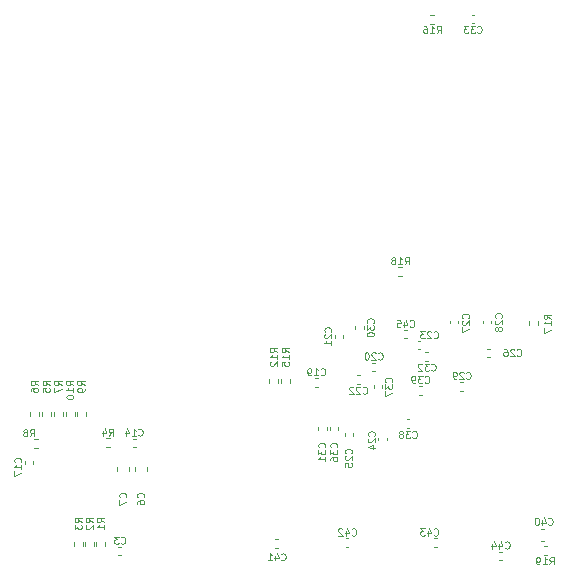
<source format=gbr>
%TF.GenerationSoftware,KiCad,Pcbnew,(6.0.2)*%
%TF.CreationDate,2023-11-17T10:30:32+01:00*%
%TF.ProjectId,CartGen4,43617274-4765-46e3-942e-6b696361645f,rev?*%
%TF.SameCoordinates,Original*%
%TF.FileFunction,Legend,Bot*%
%TF.FilePolarity,Positive*%
%FSLAX46Y46*%
G04 Gerber Fmt 4.6, Leading zero omitted, Abs format (unit mm)*
G04 Created by KiCad (PCBNEW (6.0.2)) date 2023-11-17 10:30:32*
%MOMM*%
%LPD*%
G01*
G04 APERTURE LIST*
%ADD10C,0.125000*%
%ADD11C,0.120000*%
G04 APERTURE END LIST*
D10*
%TO.C,R16*%
X77535714Y-44371428D02*
X77735714Y-44085714D01*
X77878571Y-44371428D02*
X77878571Y-43771428D01*
X77650000Y-43771428D01*
X77592857Y-43800000D01*
X77564285Y-43828571D01*
X77535714Y-43885714D01*
X77535714Y-43971428D01*
X77564285Y-44028571D01*
X77592857Y-44057142D01*
X77650000Y-44085714D01*
X77878571Y-44085714D01*
X76964285Y-44371428D02*
X77307142Y-44371428D01*
X77135714Y-44371428D02*
X77135714Y-43771428D01*
X77192857Y-43857142D01*
X77250000Y-43914285D01*
X77307142Y-43942857D01*
X76450000Y-43771428D02*
X76564285Y-43771428D01*
X76621428Y-43800000D01*
X76650000Y-43828571D01*
X76707142Y-43914285D01*
X76735714Y-44028571D01*
X76735714Y-44257142D01*
X76707142Y-44314285D01*
X76678571Y-44342857D01*
X76621428Y-44371428D01*
X76507142Y-44371428D01*
X76450000Y-44342857D01*
X76421428Y-44314285D01*
X76392857Y-44257142D01*
X76392857Y-44114285D01*
X76421428Y-44057142D01*
X76450000Y-44028571D01*
X76507142Y-44000000D01*
X76621428Y-44000000D01*
X76678571Y-44028571D01*
X76707142Y-44057142D01*
X76735714Y-44114285D01*
%TO.C,C23*%
X77285714Y-70164285D02*
X77314285Y-70192857D01*
X77400000Y-70221428D01*
X77457142Y-70221428D01*
X77542857Y-70192857D01*
X77600000Y-70135714D01*
X77628571Y-70078571D01*
X77657142Y-69964285D01*
X77657142Y-69878571D01*
X77628571Y-69764285D01*
X77600000Y-69707142D01*
X77542857Y-69650000D01*
X77457142Y-69621428D01*
X77400000Y-69621428D01*
X77314285Y-69650000D01*
X77285714Y-69678571D01*
X77057142Y-69678571D02*
X77028571Y-69650000D01*
X76971428Y-69621428D01*
X76828571Y-69621428D01*
X76771428Y-69650000D01*
X76742857Y-69678571D01*
X76714285Y-69735714D01*
X76714285Y-69792857D01*
X76742857Y-69878571D01*
X77085714Y-70221428D01*
X76714285Y-70221428D01*
X76514285Y-69621428D02*
X76142857Y-69621428D01*
X76342857Y-69850000D01*
X76257142Y-69850000D01*
X76200000Y-69878571D01*
X76171428Y-69907142D01*
X76142857Y-69964285D01*
X76142857Y-70107142D01*
X76171428Y-70164285D01*
X76200000Y-70192857D01*
X76257142Y-70221428D01*
X76428571Y-70221428D01*
X76485714Y-70192857D01*
X76514285Y-70164285D01*
%TO.C,R1*%
X49371428Y-85800000D02*
X49085714Y-85600000D01*
X49371428Y-85457142D02*
X48771428Y-85457142D01*
X48771428Y-85685714D01*
X48800000Y-85742857D01*
X48828571Y-85771428D01*
X48885714Y-85800000D01*
X48971428Y-85800000D01*
X49028571Y-85771428D01*
X49057142Y-85742857D01*
X49085714Y-85685714D01*
X49085714Y-85457142D01*
X49371428Y-86371428D02*
X49371428Y-86028571D01*
X49371428Y-86200000D02*
X48771428Y-86200000D01*
X48857142Y-86142857D01*
X48914285Y-86085714D01*
X48942857Y-86028571D01*
%TO.C,C42*%
X70335714Y-86864285D02*
X70364285Y-86892857D01*
X70450000Y-86921428D01*
X70507142Y-86921428D01*
X70592857Y-86892857D01*
X70650000Y-86835714D01*
X70678571Y-86778571D01*
X70707142Y-86664285D01*
X70707142Y-86578571D01*
X70678571Y-86464285D01*
X70650000Y-86407142D01*
X70592857Y-86350000D01*
X70507142Y-86321428D01*
X70450000Y-86321428D01*
X70364285Y-86350000D01*
X70335714Y-86378571D01*
X69821428Y-86521428D02*
X69821428Y-86921428D01*
X69964285Y-86292857D02*
X70107142Y-86721428D01*
X69735714Y-86721428D01*
X69535714Y-86378571D02*
X69507142Y-86350000D01*
X69450000Y-86321428D01*
X69307142Y-86321428D01*
X69250000Y-86350000D01*
X69221428Y-86378571D01*
X69192857Y-86435714D01*
X69192857Y-86492857D01*
X69221428Y-86578571D01*
X69564285Y-86921428D01*
X69192857Y-86921428D01*
%TO.C,C25*%
X70314285Y-79964285D02*
X70342857Y-79935714D01*
X70371428Y-79850000D01*
X70371428Y-79792857D01*
X70342857Y-79707142D01*
X70285714Y-79650000D01*
X70228571Y-79621428D01*
X70114285Y-79592857D01*
X70028571Y-79592857D01*
X69914285Y-79621428D01*
X69857142Y-79650000D01*
X69800000Y-79707142D01*
X69771428Y-79792857D01*
X69771428Y-79850000D01*
X69800000Y-79935714D01*
X69828571Y-79964285D01*
X69828571Y-80192857D02*
X69800000Y-80221428D01*
X69771428Y-80278571D01*
X69771428Y-80421428D01*
X69800000Y-80478571D01*
X69828571Y-80507142D01*
X69885714Y-80535714D01*
X69942857Y-80535714D01*
X70028571Y-80507142D01*
X70371428Y-80164285D01*
X70371428Y-80535714D01*
X69771428Y-81078571D02*
X69771428Y-80792857D01*
X70057142Y-80764285D01*
X70028571Y-80792857D01*
X70000000Y-80850000D01*
X70000000Y-80992857D01*
X70028571Y-81050000D01*
X70057142Y-81078571D01*
X70114285Y-81107142D01*
X70257142Y-81107142D01*
X70314285Y-81078571D01*
X70342857Y-81050000D01*
X70371428Y-80992857D01*
X70371428Y-80850000D01*
X70342857Y-80792857D01*
X70314285Y-80764285D01*
%TO.C,C43*%
X77285714Y-86864285D02*
X77314285Y-86892857D01*
X77400000Y-86921428D01*
X77457142Y-86921428D01*
X77542857Y-86892857D01*
X77600000Y-86835714D01*
X77628571Y-86778571D01*
X77657142Y-86664285D01*
X77657142Y-86578571D01*
X77628571Y-86464285D01*
X77600000Y-86407142D01*
X77542857Y-86350000D01*
X77457142Y-86321428D01*
X77400000Y-86321428D01*
X77314285Y-86350000D01*
X77285714Y-86378571D01*
X76771428Y-86521428D02*
X76771428Y-86921428D01*
X76914285Y-86292857D02*
X77057142Y-86721428D01*
X76685714Y-86721428D01*
X76514285Y-86321428D02*
X76142857Y-86321428D01*
X76342857Y-86550000D01*
X76257142Y-86550000D01*
X76200000Y-86578571D01*
X76171428Y-86607142D01*
X76142857Y-86664285D01*
X76142857Y-86807142D01*
X76171428Y-86864285D01*
X76200000Y-86892857D01*
X76257142Y-86921428D01*
X76428571Y-86921428D01*
X76485714Y-86892857D01*
X76514285Y-86864285D01*
%TO.C,C30*%
X72164285Y-68914285D02*
X72192857Y-68885714D01*
X72221428Y-68800000D01*
X72221428Y-68742857D01*
X72192857Y-68657142D01*
X72135714Y-68600000D01*
X72078571Y-68571428D01*
X71964285Y-68542857D01*
X71878571Y-68542857D01*
X71764285Y-68571428D01*
X71707142Y-68600000D01*
X71650000Y-68657142D01*
X71621428Y-68742857D01*
X71621428Y-68800000D01*
X71650000Y-68885714D01*
X71678571Y-68914285D01*
X71621428Y-69114285D02*
X71621428Y-69485714D01*
X71850000Y-69285714D01*
X71850000Y-69371428D01*
X71878571Y-69428571D01*
X71907142Y-69457142D01*
X71964285Y-69485714D01*
X72107142Y-69485714D01*
X72164285Y-69457142D01*
X72192857Y-69428571D01*
X72221428Y-69371428D01*
X72221428Y-69200000D01*
X72192857Y-69142857D01*
X72164285Y-69114285D01*
X71621428Y-69857142D02*
X71621428Y-69914285D01*
X71650000Y-69971428D01*
X71678571Y-70000000D01*
X71735714Y-70028571D01*
X71850000Y-70057142D01*
X71992857Y-70057142D01*
X72107142Y-70028571D01*
X72164285Y-70000000D01*
X72192857Y-69971428D01*
X72221428Y-69914285D01*
X72221428Y-69857142D01*
X72192857Y-69800000D01*
X72164285Y-69771428D01*
X72107142Y-69742857D01*
X71992857Y-69714285D01*
X71850000Y-69714285D01*
X71735714Y-69742857D01*
X71678571Y-69771428D01*
X71650000Y-69800000D01*
X71621428Y-69857142D01*
%TO.C,C17*%
X42314285Y-80714285D02*
X42342857Y-80685714D01*
X42371428Y-80600000D01*
X42371428Y-80542857D01*
X42342857Y-80457142D01*
X42285714Y-80400000D01*
X42228571Y-80371428D01*
X42114285Y-80342857D01*
X42028571Y-80342857D01*
X41914285Y-80371428D01*
X41857142Y-80400000D01*
X41800000Y-80457142D01*
X41771428Y-80542857D01*
X41771428Y-80600000D01*
X41800000Y-80685714D01*
X41828571Y-80714285D01*
X42371428Y-81285714D02*
X42371428Y-80942857D01*
X42371428Y-81114285D02*
X41771428Y-81114285D01*
X41857142Y-81057142D01*
X41914285Y-81000000D01*
X41942857Y-80942857D01*
X41771428Y-81485714D02*
X41771428Y-81885714D01*
X42371428Y-81628571D01*
%TO.C,C37*%
X73714285Y-73914285D02*
X73742857Y-73885714D01*
X73771428Y-73800000D01*
X73771428Y-73742857D01*
X73742857Y-73657142D01*
X73685714Y-73600000D01*
X73628571Y-73571428D01*
X73514285Y-73542857D01*
X73428571Y-73542857D01*
X73314285Y-73571428D01*
X73257142Y-73600000D01*
X73200000Y-73657142D01*
X73171428Y-73742857D01*
X73171428Y-73800000D01*
X73200000Y-73885714D01*
X73228571Y-73914285D01*
X73171428Y-74114285D02*
X73171428Y-74485714D01*
X73400000Y-74285714D01*
X73400000Y-74371428D01*
X73428571Y-74428571D01*
X73457142Y-74457142D01*
X73514285Y-74485714D01*
X73657142Y-74485714D01*
X73714285Y-74457142D01*
X73742857Y-74428571D01*
X73771428Y-74371428D01*
X73771428Y-74200000D01*
X73742857Y-74142857D01*
X73714285Y-74114285D01*
X73171428Y-74685714D02*
X73171428Y-75085714D01*
X73771428Y-74828571D01*
%TO.C,R18*%
X74835714Y-63971428D02*
X75035714Y-63685714D01*
X75178571Y-63971428D02*
X75178571Y-63371428D01*
X74950000Y-63371428D01*
X74892857Y-63400000D01*
X74864285Y-63428571D01*
X74835714Y-63485714D01*
X74835714Y-63571428D01*
X74864285Y-63628571D01*
X74892857Y-63657142D01*
X74950000Y-63685714D01*
X75178571Y-63685714D01*
X74264285Y-63971428D02*
X74607142Y-63971428D01*
X74435714Y-63971428D02*
X74435714Y-63371428D01*
X74492857Y-63457142D01*
X74550000Y-63514285D01*
X74607142Y-63542857D01*
X73921428Y-63628571D02*
X73978571Y-63600000D01*
X74007142Y-63571428D01*
X74035714Y-63514285D01*
X74035714Y-63485714D01*
X74007142Y-63428571D01*
X73978571Y-63400000D01*
X73921428Y-63371428D01*
X73807142Y-63371428D01*
X73750000Y-63400000D01*
X73721428Y-63428571D01*
X73692857Y-63485714D01*
X73692857Y-63514285D01*
X73721428Y-63571428D01*
X73750000Y-63600000D01*
X73807142Y-63628571D01*
X73921428Y-63628571D01*
X73978571Y-63657142D01*
X74007142Y-63685714D01*
X74035714Y-63742857D01*
X74035714Y-63857142D01*
X74007142Y-63914285D01*
X73978571Y-63942857D01*
X73921428Y-63971428D01*
X73807142Y-63971428D01*
X73750000Y-63942857D01*
X73721428Y-63914285D01*
X73692857Y-63857142D01*
X73692857Y-63742857D01*
X73721428Y-63685714D01*
X73750000Y-63657142D01*
X73807142Y-63628571D01*
%TO.C,C19*%
X67735714Y-73314285D02*
X67764285Y-73342857D01*
X67850000Y-73371428D01*
X67907142Y-73371428D01*
X67992857Y-73342857D01*
X68050000Y-73285714D01*
X68078571Y-73228571D01*
X68107142Y-73114285D01*
X68107142Y-73028571D01*
X68078571Y-72914285D01*
X68050000Y-72857142D01*
X67992857Y-72800000D01*
X67907142Y-72771428D01*
X67850000Y-72771428D01*
X67764285Y-72800000D01*
X67735714Y-72828571D01*
X67164285Y-73371428D02*
X67507142Y-73371428D01*
X67335714Y-73371428D02*
X67335714Y-72771428D01*
X67392857Y-72857142D01*
X67450000Y-72914285D01*
X67507142Y-72942857D01*
X66878571Y-73371428D02*
X66764285Y-73371428D01*
X66707142Y-73342857D01*
X66678571Y-73314285D01*
X66621428Y-73228571D01*
X66592857Y-73114285D01*
X66592857Y-72885714D01*
X66621428Y-72828571D01*
X66650000Y-72800000D01*
X66707142Y-72771428D01*
X66821428Y-72771428D01*
X66878571Y-72800000D01*
X66907142Y-72828571D01*
X66935714Y-72885714D01*
X66935714Y-73028571D01*
X66907142Y-73085714D01*
X66878571Y-73114285D01*
X66821428Y-73142857D01*
X66707142Y-73142857D01*
X66650000Y-73114285D01*
X66621428Y-73085714D01*
X66592857Y-73028571D01*
%TO.C,C32*%
X77085714Y-72914285D02*
X77114285Y-72942857D01*
X77200000Y-72971428D01*
X77257142Y-72971428D01*
X77342857Y-72942857D01*
X77400000Y-72885714D01*
X77428571Y-72828571D01*
X77457142Y-72714285D01*
X77457142Y-72628571D01*
X77428571Y-72514285D01*
X77400000Y-72457142D01*
X77342857Y-72400000D01*
X77257142Y-72371428D01*
X77200000Y-72371428D01*
X77114285Y-72400000D01*
X77085714Y-72428571D01*
X76885714Y-72371428D02*
X76514285Y-72371428D01*
X76714285Y-72600000D01*
X76628571Y-72600000D01*
X76571428Y-72628571D01*
X76542857Y-72657142D01*
X76514285Y-72714285D01*
X76514285Y-72857142D01*
X76542857Y-72914285D01*
X76571428Y-72942857D01*
X76628571Y-72971428D01*
X76800000Y-72971428D01*
X76857142Y-72942857D01*
X76885714Y-72914285D01*
X76285714Y-72428571D02*
X76257142Y-72400000D01*
X76200000Y-72371428D01*
X76057142Y-72371428D01*
X76000000Y-72400000D01*
X75971428Y-72428571D01*
X75942857Y-72485714D01*
X75942857Y-72542857D01*
X75971428Y-72628571D01*
X76314285Y-72971428D01*
X75942857Y-72971428D01*
%TO.C,C14*%
X52285714Y-78414285D02*
X52314285Y-78442857D01*
X52400000Y-78471428D01*
X52457142Y-78471428D01*
X52542857Y-78442857D01*
X52600000Y-78385714D01*
X52628571Y-78328571D01*
X52657142Y-78214285D01*
X52657142Y-78128571D01*
X52628571Y-78014285D01*
X52600000Y-77957142D01*
X52542857Y-77900000D01*
X52457142Y-77871428D01*
X52400000Y-77871428D01*
X52314285Y-77900000D01*
X52285714Y-77928571D01*
X51714285Y-78471428D02*
X52057142Y-78471428D01*
X51885714Y-78471428D02*
X51885714Y-77871428D01*
X51942857Y-77957142D01*
X52000000Y-78014285D01*
X52057142Y-78042857D01*
X51200000Y-78071428D02*
X51200000Y-78471428D01*
X51342857Y-77842857D02*
X51485714Y-78271428D01*
X51114285Y-78271428D01*
%TO.C,R2*%
X48421428Y-85800000D02*
X48135714Y-85600000D01*
X48421428Y-85457142D02*
X47821428Y-85457142D01*
X47821428Y-85685714D01*
X47850000Y-85742857D01*
X47878571Y-85771428D01*
X47935714Y-85800000D01*
X48021428Y-85800000D01*
X48078571Y-85771428D01*
X48107142Y-85742857D01*
X48135714Y-85685714D01*
X48135714Y-85457142D01*
X47878571Y-86028571D02*
X47850000Y-86057142D01*
X47821428Y-86114285D01*
X47821428Y-86257142D01*
X47850000Y-86314285D01*
X47878571Y-86342857D01*
X47935714Y-86371428D01*
X47992857Y-86371428D01*
X48078571Y-86342857D01*
X48421428Y-86000000D01*
X48421428Y-86371428D01*
%TO.C,C31*%
X68064285Y-79464285D02*
X68092857Y-79435714D01*
X68121428Y-79350000D01*
X68121428Y-79292857D01*
X68092857Y-79207142D01*
X68035714Y-79150000D01*
X67978571Y-79121428D01*
X67864285Y-79092857D01*
X67778571Y-79092857D01*
X67664285Y-79121428D01*
X67607142Y-79150000D01*
X67550000Y-79207142D01*
X67521428Y-79292857D01*
X67521428Y-79350000D01*
X67550000Y-79435714D01*
X67578571Y-79464285D01*
X67521428Y-79664285D02*
X67521428Y-80035714D01*
X67750000Y-79835714D01*
X67750000Y-79921428D01*
X67778571Y-79978571D01*
X67807142Y-80007142D01*
X67864285Y-80035714D01*
X68007142Y-80035714D01*
X68064285Y-80007142D01*
X68092857Y-79978571D01*
X68121428Y-79921428D01*
X68121428Y-79750000D01*
X68092857Y-79692857D01*
X68064285Y-79664285D01*
X68121428Y-80607142D02*
X68121428Y-80264285D01*
X68121428Y-80435714D02*
X67521428Y-80435714D01*
X67607142Y-80378571D01*
X67664285Y-80321428D01*
X67692857Y-80264285D01*
%TO.C,C45*%
X75285714Y-69214285D02*
X75314285Y-69242857D01*
X75400000Y-69271428D01*
X75457142Y-69271428D01*
X75542857Y-69242857D01*
X75600000Y-69185714D01*
X75628571Y-69128571D01*
X75657142Y-69014285D01*
X75657142Y-68928571D01*
X75628571Y-68814285D01*
X75600000Y-68757142D01*
X75542857Y-68700000D01*
X75457142Y-68671428D01*
X75400000Y-68671428D01*
X75314285Y-68700000D01*
X75285714Y-68728571D01*
X74771428Y-68871428D02*
X74771428Y-69271428D01*
X74914285Y-68642857D02*
X75057142Y-69071428D01*
X74685714Y-69071428D01*
X74171428Y-68671428D02*
X74457142Y-68671428D01*
X74485714Y-68957142D01*
X74457142Y-68928571D01*
X74400000Y-68900000D01*
X74257142Y-68900000D01*
X74200000Y-68928571D01*
X74171428Y-68957142D01*
X74142857Y-69014285D01*
X74142857Y-69157142D01*
X74171428Y-69214285D01*
X74200000Y-69242857D01*
X74257142Y-69271428D01*
X74400000Y-69271428D01*
X74457142Y-69242857D01*
X74485714Y-69214285D01*
%TO.C,C28*%
X83014285Y-68464285D02*
X83042857Y-68435714D01*
X83071428Y-68350000D01*
X83071428Y-68292857D01*
X83042857Y-68207142D01*
X82985714Y-68150000D01*
X82928571Y-68121428D01*
X82814285Y-68092857D01*
X82728571Y-68092857D01*
X82614285Y-68121428D01*
X82557142Y-68150000D01*
X82500000Y-68207142D01*
X82471428Y-68292857D01*
X82471428Y-68350000D01*
X82500000Y-68435714D01*
X82528571Y-68464285D01*
X82528571Y-68692857D02*
X82500000Y-68721428D01*
X82471428Y-68778571D01*
X82471428Y-68921428D01*
X82500000Y-68978571D01*
X82528571Y-69007142D01*
X82585714Y-69035714D01*
X82642857Y-69035714D01*
X82728571Y-69007142D01*
X83071428Y-68664285D01*
X83071428Y-69035714D01*
X82728571Y-69378571D02*
X82700000Y-69321428D01*
X82671428Y-69292857D01*
X82614285Y-69264285D01*
X82585714Y-69264285D01*
X82528571Y-69292857D01*
X82500000Y-69321428D01*
X82471428Y-69378571D01*
X82471428Y-69492857D01*
X82500000Y-69550000D01*
X82528571Y-69578571D01*
X82585714Y-69607142D01*
X82614285Y-69607142D01*
X82671428Y-69578571D01*
X82700000Y-69550000D01*
X82728571Y-69492857D01*
X82728571Y-69378571D01*
X82757142Y-69321428D01*
X82785714Y-69292857D01*
X82842857Y-69264285D01*
X82957142Y-69264285D01*
X83014285Y-69292857D01*
X83042857Y-69321428D01*
X83071428Y-69378571D01*
X83071428Y-69492857D01*
X83042857Y-69550000D01*
X83014285Y-69578571D01*
X82957142Y-69607142D01*
X82842857Y-69607142D01*
X82785714Y-69578571D01*
X82757142Y-69550000D01*
X82728571Y-69492857D01*
%TO.C,C41*%
X64385714Y-88974285D02*
X64414285Y-89002857D01*
X64500000Y-89031428D01*
X64557142Y-89031428D01*
X64642857Y-89002857D01*
X64700000Y-88945714D01*
X64728571Y-88888571D01*
X64757142Y-88774285D01*
X64757142Y-88688571D01*
X64728571Y-88574285D01*
X64700000Y-88517142D01*
X64642857Y-88460000D01*
X64557142Y-88431428D01*
X64500000Y-88431428D01*
X64414285Y-88460000D01*
X64385714Y-88488571D01*
X63871428Y-88631428D02*
X63871428Y-89031428D01*
X64014285Y-88402857D02*
X64157142Y-88831428D01*
X63785714Y-88831428D01*
X63242857Y-89031428D02*
X63585714Y-89031428D01*
X63414285Y-89031428D02*
X63414285Y-88431428D01*
X63471428Y-88517142D01*
X63528571Y-88574285D01*
X63585714Y-88602857D01*
%TO.C,C7*%
X51214285Y-83700000D02*
X51242857Y-83671428D01*
X51271428Y-83585714D01*
X51271428Y-83528571D01*
X51242857Y-83442857D01*
X51185714Y-83385714D01*
X51128571Y-83357142D01*
X51014285Y-83328571D01*
X50928571Y-83328571D01*
X50814285Y-83357142D01*
X50757142Y-83385714D01*
X50700000Y-83442857D01*
X50671428Y-83528571D01*
X50671428Y-83585714D01*
X50700000Y-83671428D01*
X50728571Y-83700000D01*
X50671428Y-83900000D02*
X50671428Y-84300000D01*
X51271428Y-84042857D01*
%TO.C,C38*%
X75485714Y-78614285D02*
X75514285Y-78642857D01*
X75600000Y-78671428D01*
X75657142Y-78671428D01*
X75742857Y-78642857D01*
X75800000Y-78585714D01*
X75828571Y-78528571D01*
X75857142Y-78414285D01*
X75857142Y-78328571D01*
X75828571Y-78214285D01*
X75800000Y-78157142D01*
X75742857Y-78100000D01*
X75657142Y-78071428D01*
X75600000Y-78071428D01*
X75514285Y-78100000D01*
X75485714Y-78128571D01*
X75285714Y-78071428D02*
X74914285Y-78071428D01*
X75114285Y-78300000D01*
X75028571Y-78300000D01*
X74971428Y-78328571D01*
X74942857Y-78357142D01*
X74914285Y-78414285D01*
X74914285Y-78557142D01*
X74942857Y-78614285D01*
X74971428Y-78642857D01*
X75028571Y-78671428D01*
X75200000Y-78671428D01*
X75257142Y-78642857D01*
X75285714Y-78614285D01*
X74571428Y-78328571D02*
X74628571Y-78300000D01*
X74657142Y-78271428D01*
X74685714Y-78214285D01*
X74685714Y-78185714D01*
X74657142Y-78128571D01*
X74628571Y-78100000D01*
X74571428Y-78071428D01*
X74457142Y-78071428D01*
X74400000Y-78100000D01*
X74371428Y-78128571D01*
X74342857Y-78185714D01*
X74342857Y-78214285D01*
X74371428Y-78271428D01*
X74400000Y-78300000D01*
X74457142Y-78328571D01*
X74571428Y-78328571D01*
X74628571Y-78357142D01*
X74657142Y-78385714D01*
X74685714Y-78442857D01*
X74685714Y-78557142D01*
X74657142Y-78614285D01*
X74628571Y-78642857D01*
X74571428Y-78671428D01*
X74457142Y-78671428D01*
X74400000Y-78642857D01*
X74371428Y-78614285D01*
X74342857Y-78557142D01*
X74342857Y-78442857D01*
X74371428Y-78385714D01*
X74400000Y-78357142D01*
X74457142Y-78328571D01*
%TO.C,R17*%
X87191428Y-68564285D02*
X86905714Y-68364285D01*
X87191428Y-68221428D02*
X86591428Y-68221428D01*
X86591428Y-68450000D01*
X86620000Y-68507142D01*
X86648571Y-68535714D01*
X86705714Y-68564285D01*
X86791428Y-68564285D01*
X86848571Y-68535714D01*
X86877142Y-68507142D01*
X86905714Y-68450000D01*
X86905714Y-68221428D01*
X87191428Y-69135714D02*
X87191428Y-68792857D01*
X87191428Y-68964285D02*
X86591428Y-68964285D01*
X86677142Y-68907142D01*
X86734285Y-68850000D01*
X86762857Y-68792857D01*
X86591428Y-69335714D02*
X86591428Y-69735714D01*
X87191428Y-69478571D01*
%TO.C,C40*%
X86985714Y-85964285D02*
X87014285Y-85992857D01*
X87100000Y-86021428D01*
X87157142Y-86021428D01*
X87242857Y-85992857D01*
X87300000Y-85935714D01*
X87328571Y-85878571D01*
X87357142Y-85764285D01*
X87357142Y-85678571D01*
X87328571Y-85564285D01*
X87300000Y-85507142D01*
X87242857Y-85450000D01*
X87157142Y-85421428D01*
X87100000Y-85421428D01*
X87014285Y-85450000D01*
X86985714Y-85478571D01*
X86471428Y-85621428D02*
X86471428Y-86021428D01*
X86614285Y-85392857D02*
X86757142Y-85821428D01*
X86385714Y-85821428D01*
X86042857Y-85421428D02*
X85985714Y-85421428D01*
X85928571Y-85450000D01*
X85900000Y-85478571D01*
X85871428Y-85535714D01*
X85842857Y-85650000D01*
X85842857Y-85792857D01*
X85871428Y-85907142D01*
X85900000Y-85964285D01*
X85928571Y-85992857D01*
X85985714Y-86021428D01*
X86042857Y-86021428D01*
X86100000Y-85992857D01*
X86128571Y-85964285D01*
X86157142Y-85907142D01*
X86185714Y-85792857D01*
X86185714Y-85650000D01*
X86157142Y-85535714D01*
X86128571Y-85478571D01*
X86100000Y-85450000D01*
X86042857Y-85421428D01*
%TO.C,C22*%
X71285714Y-74864285D02*
X71314285Y-74892857D01*
X71400000Y-74921428D01*
X71457142Y-74921428D01*
X71542857Y-74892857D01*
X71600000Y-74835714D01*
X71628571Y-74778571D01*
X71657142Y-74664285D01*
X71657142Y-74578571D01*
X71628571Y-74464285D01*
X71600000Y-74407142D01*
X71542857Y-74350000D01*
X71457142Y-74321428D01*
X71400000Y-74321428D01*
X71314285Y-74350000D01*
X71285714Y-74378571D01*
X71057142Y-74378571D02*
X71028571Y-74350000D01*
X70971428Y-74321428D01*
X70828571Y-74321428D01*
X70771428Y-74350000D01*
X70742857Y-74378571D01*
X70714285Y-74435714D01*
X70714285Y-74492857D01*
X70742857Y-74578571D01*
X71085714Y-74921428D01*
X70714285Y-74921428D01*
X70485714Y-74378571D02*
X70457142Y-74350000D01*
X70400000Y-74321428D01*
X70257142Y-74321428D01*
X70200000Y-74350000D01*
X70171428Y-74378571D01*
X70142857Y-74435714D01*
X70142857Y-74492857D01*
X70171428Y-74578571D01*
X70514285Y-74921428D01*
X70142857Y-74921428D01*
%TO.C,C26*%
X84335714Y-71664285D02*
X84364285Y-71692857D01*
X84450000Y-71721428D01*
X84507142Y-71721428D01*
X84592857Y-71692857D01*
X84650000Y-71635714D01*
X84678571Y-71578571D01*
X84707142Y-71464285D01*
X84707142Y-71378571D01*
X84678571Y-71264285D01*
X84650000Y-71207142D01*
X84592857Y-71150000D01*
X84507142Y-71121428D01*
X84450000Y-71121428D01*
X84364285Y-71150000D01*
X84335714Y-71178571D01*
X84107142Y-71178571D02*
X84078571Y-71150000D01*
X84021428Y-71121428D01*
X83878571Y-71121428D01*
X83821428Y-71150000D01*
X83792857Y-71178571D01*
X83764285Y-71235714D01*
X83764285Y-71292857D01*
X83792857Y-71378571D01*
X84135714Y-71721428D01*
X83764285Y-71721428D01*
X83250000Y-71121428D02*
X83364285Y-71121428D01*
X83421428Y-71150000D01*
X83450000Y-71178571D01*
X83507142Y-71264285D01*
X83535714Y-71378571D01*
X83535714Y-71607142D01*
X83507142Y-71664285D01*
X83478571Y-71692857D01*
X83421428Y-71721428D01*
X83307142Y-71721428D01*
X83250000Y-71692857D01*
X83221428Y-71664285D01*
X83192857Y-71607142D01*
X83192857Y-71464285D01*
X83221428Y-71407142D01*
X83250000Y-71378571D01*
X83307142Y-71350000D01*
X83421428Y-71350000D01*
X83478571Y-71378571D01*
X83507142Y-71407142D01*
X83535714Y-71464285D01*
%TO.C,C29*%
X80035714Y-73614285D02*
X80064285Y-73642857D01*
X80150000Y-73671428D01*
X80207142Y-73671428D01*
X80292857Y-73642857D01*
X80350000Y-73585714D01*
X80378571Y-73528571D01*
X80407142Y-73414285D01*
X80407142Y-73328571D01*
X80378571Y-73214285D01*
X80350000Y-73157142D01*
X80292857Y-73100000D01*
X80207142Y-73071428D01*
X80150000Y-73071428D01*
X80064285Y-73100000D01*
X80035714Y-73128571D01*
X79807142Y-73128571D02*
X79778571Y-73100000D01*
X79721428Y-73071428D01*
X79578571Y-73071428D01*
X79521428Y-73100000D01*
X79492857Y-73128571D01*
X79464285Y-73185714D01*
X79464285Y-73242857D01*
X79492857Y-73328571D01*
X79835714Y-73671428D01*
X79464285Y-73671428D01*
X79178571Y-73671428D02*
X79064285Y-73671428D01*
X79007142Y-73642857D01*
X78978571Y-73614285D01*
X78921428Y-73528571D01*
X78892857Y-73414285D01*
X78892857Y-73185714D01*
X78921428Y-73128571D01*
X78950000Y-73100000D01*
X79007142Y-73071428D01*
X79121428Y-73071428D01*
X79178571Y-73100000D01*
X79207142Y-73128571D01*
X79235714Y-73185714D01*
X79235714Y-73328571D01*
X79207142Y-73385714D01*
X79178571Y-73414285D01*
X79121428Y-73442857D01*
X79007142Y-73442857D01*
X78950000Y-73414285D01*
X78921428Y-73385714D01*
X78892857Y-73328571D01*
%TO.C,C21*%
X68564285Y-69664285D02*
X68592857Y-69635714D01*
X68621428Y-69550000D01*
X68621428Y-69492857D01*
X68592857Y-69407142D01*
X68535714Y-69350000D01*
X68478571Y-69321428D01*
X68364285Y-69292857D01*
X68278571Y-69292857D01*
X68164285Y-69321428D01*
X68107142Y-69350000D01*
X68050000Y-69407142D01*
X68021428Y-69492857D01*
X68021428Y-69550000D01*
X68050000Y-69635714D01*
X68078571Y-69664285D01*
X68078571Y-69892857D02*
X68050000Y-69921428D01*
X68021428Y-69978571D01*
X68021428Y-70121428D01*
X68050000Y-70178571D01*
X68078571Y-70207142D01*
X68135714Y-70235714D01*
X68192857Y-70235714D01*
X68278571Y-70207142D01*
X68621428Y-69864285D01*
X68621428Y-70235714D01*
X68621428Y-70807142D02*
X68621428Y-70464285D01*
X68621428Y-70635714D02*
X68021428Y-70635714D01*
X68107142Y-70578571D01*
X68164285Y-70521428D01*
X68192857Y-70464285D01*
%TO.C,C44*%
X83335714Y-87964285D02*
X83364285Y-87992857D01*
X83450000Y-88021428D01*
X83507142Y-88021428D01*
X83592857Y-87992857D01*
X83650000Y-87935714D01*
X83678571Y-87878571D01*
X83707142Y-87764285D01*
X83707142Y-87678571D01*
X83678571Y-87564285D01*
X83650000Y-87507142D01*
X83592857Y-87450000D01*
X83507142Y-87421428D01*
X83450000Y-87421428D01*
X83364285Y-87450000D01*
X83335714Y-87478571D01*
X82821428Y-87621428D02*
X82821428Y-88021428D01*
X82964285Y-87392857D02*
X83107142Y-87821428D01*
X82735714Y-87821428D01*
X82250000Y-87621428D02*
X82250000Y-88021428D01*
X82392857Y-87392857D02*
X82535714Y-87821428D01*
X82164285Y-87821428D01*
%TO.C,R5*%
X44771428Y-74200000D02*
X44485714Y-74000000D01*
X44771428Y-73857142D02*
X44171428Y-73857142D01*
X44171428Y-74085714D01*
X44200000Y-74142857D01*
X44228571Y-74171428D01*
X44285714Y-74200000D01*
X44371428Y-74200000D01*
X44428571Y-74171428D01*
X44457142Y-74142857D01*
X44485714Y-74085714D01*
X44485714Y-73857142D01*
X44171428Y-74742857D02*
X44171428Y-74457142D01*
X44457142Y-74428571D01*
X44428571Y-74457142D01*
X44400000Y-74514285D01*
X44400000Y-74657142D01*
X44428571Y-74714285D01*
X44457142Y-74742857D01*
X44514285Y-74771428D01*
X44657142Y-74771428D01*
X44714285Y-74742857D01*
X44742857Y-74714285D01*
X44771428Y-74657142D01*
X44771428Y-74514285D01*
X44742857Y-74457142D01*
X44714285Y-74428571D01*
%TO.C,C27*%
X80214285Y-68514285D02*
X80242857Y-68485714D01*
X80271428Y-68400000D01*
X80271428Y-68342857D01*
X80242857Y-68257142D01*
X80185714Y-68200000D01*
X80128571Y-68171428D01*
X80014285Y-68142857D01*
X79928571Y-68142857D01*
X79814285Y-68171428D01*
X79757142Y-68200000D01*
X79700000Y-68257142D01*
X79671428Y-68342857D01*
X79671428Y-68400000D01*
X79700000Y-68485714D01*
X79728571Y-68514285D01*
X79728571Y-68742857D02*
X79700000Y-68771428D01*
X79671428Y-68828571D01*
X79671428Y-68971428D01*
X79700000Y-69028571D01*
X79728571Y-69057142D01*
X79785714Y-69085714D01*
X79842857Y-69085714D01*
X79928571Y-69057142D01*
X80271428Y-68714285D01*
X80271428Y-69085714D01*
X79671428Y-69285714D02*
X79671428Y-69685714D01*
X80271428Y-69428571D01*
%TO.C,C3*%
X50800000Y-87564285D02*
X50828571Y-87592857D01*
X50914285Y-87621428D01*
X50971428Y-87621428D01*
X51057142Y-87592857D01*
X51114285Y-87535714D01*
X51142857Y-87478571D01*
X51171428Y-87364285D01*
X51171428Y-87278571D01*
X51142857Y-87164285D01*
X51114285Y-87107142D01*
X51057142Y-87050000D01*
X50971428Y-87021428D01*
X50914285Y-87021428D01*
X50828571Y-87050000D01*
X50800000Y-87078571D01*
X50600000Y-87021428D02*
X50228571Y-87021428D01*
X50428571Y-87250000D01*
X50342857Y-87250000D01*
X50285714Y-87278571D01*
X50257142Y-87307142D01*
X50228571Y-87364285D01*
X50228571Y-87507142D01*
X50257142Y-87564285D01*
X50285714Y-87592857D01*
X50342857Y-87621428D01*
X50514285Y-87621428D01*
X50571428Y-87592857D01*
X50600000Y-87564285D01*
%TO.C,C6*%
X52714285Y-83700000D02*
X52742857Y-83671428D01*
X52771428Y-83585714D01*
X52771428Y-83528571D01*
X52742857Y-83442857D01*
X52685714Y-83385714D01*
X52628571Y-83357142D01*
X52514285Y-83328571D01*
X52428571Y-83328571D01*
X52314285Y-83357142D01*
X52257142Y-83385714D01*
X52200000Y-83442857D01*
X52171428Y-83528571D01*
X52171428Y-83585714D01*
X52200000Y-83671428D01*
X52228571Y-83700000D01*
X52171428Y-84214285D02*
X52171428Y-84100000D01*
X52200000Y-84042857D01*
X52228571Y-84014285D01*
X52314285Y-83957142D01*
X52428571Y-83928571D01*
X52657142Y-83928571D01*
X52714285Y-83957142D01*
X52742857Y-83985714D01*
X52771428Y-84042857D01*
X52771428Y-84157142D01*
X52742857Y-84214285D01*
X52714285Y-84242857D01*
X52657142Y-84271428D01*
X52514285Y-84271428D01*
X52457142Y-84242857D01*
X52428571Y-84214285D01*
X52400000Y-84157142D01*
X52400000Y-84042857D01*
X52428571Y-83985714D01*
X52457142Y-83957142D01*
X52514285Y-83928571D01*
%TO.C,R9*%
X47721428Y-74200000D02*
X47435714Y-74000000D01*
X47721428Y-73857142D02*
X47121428Y-73857142D01*
X47121428Y-74085714D01*
X47150000Y-74142857D01*
X47178571Y-74171428D01*
X47235714Y-74200000D01*
X47321428Y-74200000D01*
X47378571Y-74171428D01*
X47407142Y-74142857D01*
X47435714Y-74085714D01*
X47435714Y-73857142D01*
X47721428Y-74485714D02*
X47721428Y-74600000D01*
X47692857Y-74657142D01*
X47664285Y-74685714D01*
X47578571Y-74742857D01*
X47464285Y-74771428D01*
X47235714Y-74771428D01*
X47178571Y-74742857D01*
X47150000Y-74714285D01*
X47121428Y-74657142D01*
X47121428Y-74542857D01*
X47150000Y-74485714D01*
X47178571Y-74457142D01*
X47235714Y-74428571D01*
X47378571Y-74428571D01*
X47435714Y-74457142D01*
X47464285Y-74485714D01*
X47492857Y-74542857D01*
X47492857Y-74657142D01*
X47464285Y-74714285D01*
X47435714Y-74742857D01*
X47378571Y-74771428D01*
%TO.C,R15*%
X65021428Y-71414285D02*
X64735714Y-71214285D01*
X65021428Y-71071428D02*
X64421428Y-71071428D01*
X64421428Y-71300000D01*
X64450000Y-71357142D01*
X64478571Y-71385714D01*
X64535714Y-71414285D01*
X64621428Y-71414285D01*
X64678571Y-71385714D01*
X64707142Y-71357142D01*
X64735714Y-71300000D01*
X64735714Y-71071428D01*
X65021428Y-71985714D02*
X65021428Y-71642857D01*
X65021428Y-71814285D02*
X64421428Y-71814285D01*
X64507142Y-71757142D01*
X64564285Y-71700000D01*
X64592857Y-71642857D01*
X64421428Y-72528571D02*
X64421428Y-72242857D01*
X64707142Y-72214285D01*
X64678571Y-72242857D01*
X64650000Y-72300000D01*
X64650000Y-72442857D01*
X64678571Y-72500000D01*
X64707142Y-72528571D01*
X64764285Y-72557142D01*
X64907142Y-72557142D01*
X64964285Y-72528571D01*
X64992857Y-72500000D01*
X65021428Y-72442857D01*
X65021428Y-72300000D01*
X64992857Y-72242857D01*
X64964285Y-72214285D01*
%TO.C,C36*%
X69064285Y-79464285D02*
X69092857Y-79435714D01*
X69121428Y-79350000D01*
X69121428Y-79292857D01*
X69092857Y-79207142D01*
X69035714Y-79150000D01*
X68978571Y-79121428D01*
X68864285Y-79092857D01*
X68778571Y-79092857D01*
X68664285Y-79121428D01*
X68607142Y-79150000D01*
X68550000Y-79207142D01*
X68521428Y-79292857D01*
X68521428Y-79350000D01*
X68550000Y-79435714D01*
X68578571Y-79464285D01*
X68521428Y-79664285D02*
X68521428Y-80035714D01*
X68750000Y-79835714D01*
X68750000Y-79921428D01*
X68778571Y-79978571D01*
X68807142Y-80007142D01*
X68864285Y-80035714D01*
X69007142Y-80035714D01*
X69064285Y-80007142D01*
X69092857Y-79978571D01*
X69121428Y-79921428D01*
X69121428Y-79750000D01*
X69092857Y-79692857D01*
X69064285Y-79664285D01*
X68521428Y-80550000D02*
X68521428Y-80435714D01*
X68550000Y-80378571D01*
X68578571Y-80350000D01*
X68664285Y-80292857D01*
X68778571Y-80264285D01*
X69007142Y-80264285D01*
X69064285Y-80292857D01*
X69092857Y-80321428D01*
X69121428Y-80378571D01*
X69121428Y-80492857D01*
X69092857Y-80550000D01*
X69064285Y-80578571D01*
X69007142Y-80607142D01*
X68864285Y-80607142D01*
X68807142Y-80578571D01*
X68778571Y-80550000D01*
X68750000Y-80492857D01*
X68750000Y-80378571D01*
X68778571Y-80321428D01*
X68807142Y-80292857D01*
X68864285Y-80264285D01*
%TO.C,R4*%
X49800000Y-78471428D02*
X50000000Y-78185714D01*
X50142857Y-78471428D02*
X50142857Y-77871428D01*
X49914285Y-77871428D01*
X49857142Y-77900000D01*
X49828571Y-77928571D01*
X49800000Y-77985714D01*
X49800000Y-78071428D01*
X49828571Y-78128571D01*
X49857142Y-78157142D01*
X49914285Y-78185714D01*
X50142857Y-78185714D01*
X49285714Y-78071428D02*
X49285714Y-78471428D01*
X49428571Y-77842857D02*
X49571428Y-78271428D01*
X49200000Y-78271428D01*
%TO.C,C33*%
X80985714Y-44314285D02*
X81014285Y-44342857D01*
X81100000Y-44371428D01*
X81157142Y-44371428D01*
X81242857Y-44342857D01*
X81300000Y-44285714D01*
X81328571Y-44228571D01*
X81357142Y-44114285D01*
X81357142Y-44028571D01*
X81328571Y-43914285D01*
X81300000Y-43857142D01*
X81242857Y-43800000D01*
X81157142Y-43771428D01*
X81100000Y-43771428D01*
X81014285Y-43800000D01*
X80985714Y-43828571D01*
X80785714Y-43771428D02*
X80414285Y-43771428D01*
X80614285Y-44000000D01*
X80528571Y-44000000D01*
X80471428Y-44028571D01*
X80442857Y-44057142D01*
X80414285Y-44114285D01*
X80414285Y-44257142D01*
X80442857Y-44314285D01*
X80471428Y-44342857D01*
X80528571Y-44371428D01*
X80700000Y-44371428D01*
X80757142Y-44342857D01*
X80785714Y-44314285D01*
X80214285Y-43771428D02*
X79842857Y-43771428D01*
X80042857Y-44000000D01*
X79957142Y-44000000D01*
X79900000Y-44028571D01*
X79871428Y-44057142D01*
X79842857Y-44114285D01*
X79842857Y-44257142D01*
X79871428Y-44314285D01*
X79900000Y-44342857D01*
X79957142Y-44371428D01*
X80128571Y-44371428D01*
X80185714Y-44342857D01*
X80214285Y-44314285D01*
%TO.C,R12*%
X64021428Y-71414285D02*
X63735714Y-71214285D01*
X64021428Y-71071428D02*
X63421428Y-71071428D01*
X63421428Y-71300000D01*
X63450000Y-71357142D01*
X63478571Y-71385714D01*
X63535714Y-71414285D01*
X63621428Y-71414285D01*
X63678571Y-71385714D01*
X63707142Y-71357142D01*
X63735714Y-71300000D01*
X63735714Y-71071428D01*
X64021428Y-71985714D02*
X64021428Y-71642857D01*
X64021428Y-71814285D02*
X63421428Y-71814285D01*
X63507142Y-71757142D01*
X63564285Y-71700000D01*
X63592857Y-71642857D01*
X63478571Y-72214285D02*
X63450000Y-72242857D01*
X63421428Y-72300000D01*
X63421428Y-72442857D01*
X63450000Y-72500000D01*
X63478571Y-72528571D01*
X63535714Y-72557142D01*
X63592857Y-72557142D01*
X63678571Y-72528571D01*
X64021428Y-72185714D01*
X64021428Y-72557142D01*
%TO.C,C24*%
X72264285Y-78464285D02*
X72292857Y-78435714D01*
X72321428Y-78350000D01*
X72321428Y-78292857D01*
X72292857Y-78207142D01*
X72235714Y-78150000D01*
X72178571Y-78121428D01*
X72064285Y-78092857D01*
X71978571Y-78092857D01*
X71864285Y-78121428D01*
X71807142Y-78150000D01*
X71750000Y-78207142D01*
X71721428Y-78292857D01*
X71721428Y-78350000D01*
X71750000Y-78435714D01*
X71778571Y-78464285D01*
X71778571Y-78692857D02*
X71750000Y-78721428D01*
X71721428Y-78778571D01*
X71721428Y-78921428D01*
X71750000Y-78978571D01*
X71778571Y-79007142D01*
X71835714Y-79035714D01*
X71892857Y-79035714D01*
X71978571Y-79007142D01*
X72321428Y-78664285D01*
X72321428Y-79035714D01*
X71921428Y-79550000D02*
X72321428Y-79550000D01*
X71692857Y-79407142D02*
X72121428Y-79264285D01*
X72121428Y-79635714D01*
%TO.C,C39*%
X76535714Y-73964285D02*
X76564285Y-73992857D01*
X76650000Y-74021428D01*
X76707142Y-74021428D01*
X76792857Y-73992857D01*
X76850000Y-73935714D01*
X76878571Y-73878571D01*
X76907142Y-73764285D01*
X76907142Y-73678571D01*
X76878571Y-73564285D01*
X76850000Y-73507142D01*
X76792857Y-73450000D01*
X76707142Y-73421428D01*
X76650000Y-73421428D01*
X76564285Y-73450000D01*
X76535714Y-73478571D01*
X76335714Y-73421428D02*
X75964285Y-73421428D01*
X76164285Y-73650000D01*
X76078571Y-73650000D01*
X76021428Y-73678571D01*
X75992857Y-73707142D01*
X75964285Y-73764285D01*
X75964285Y-73907142D01*
X75992857Y-73964285D01*
X76021428Y-73992857D01*
X76078571Y-74021428D01*
X76250000Y-74021428D01*
X76307142Y-73992857D01*
X76335714Y-73964285D01*
X75678571Y-74021428D02*
X75564285Y-74021428D01*
X75507142Y-73992857D01*
X75478571Y-73964285D01*
X75421428Y-73878571D01*
X75392857Y-73764285D01*
X75392857Y-73535714D01*
X75421428Y-73478571D01*
X75450000Y-73450000D01*
X75507142Y-73421428D01*
X75621428Y-73421428D01*
X75678571Y-73450000D01*
X75707142Y-73478571D01*
X75735714Y-73535714D01*
X75735714Y-73678571D01*
X75707142Y-73735714D01*
X75678571Y-73764285D01*
X75621428Y-73792857D01*
X75507142Y-73792857D01*
X75450000Y-73764285D01*
X75421428Y-73735714D01*
X75392857Y-73678571D01*
%TO.C,R10*%
X46771428Y-74214285D02*
X46485714Y-74014285D01*
X46771428Y-73871428D02*
X46171428Y-73871428D01*
X46171428Y-74100000D01*
X46200000Y-74157142D01*
X46228571Y-74185714D01*
X46285714Y-74214285D01*
X46371428Y-74214285D01*
X46428571Y-74185714D01*
X46457142Y-74157142D01*
X46485714Y-74100000D01*
X46485714Y-73871428D01*
X46771428Y-74785714D02*
X46771428Y-74442857D01*
X46771428Y-74614285D02*
X46171428Y-74614285D01*
X46257142Y-74557142D01*
X46314285Y-74500000D01*
X46342857Y-74442857D01*
X46171428Y-75157142D02*
X46171428Y-75214285D01*
X46200000Y-75271428D01*
X46228571Y-75300000D01*
X46285714Y-75328571D01*
X46400000Y-75357142D01*
X46542857Y-75357142D01*
X46657142Y-75328571D01*
X46714285Y-75300000D01*
X46742857Y-75271428D01*
X46771428Y-75214285D01*
X46771428Y-75157142D01*
X46742857Y-75100000D01*
X46714285Y-75071428D01*
X46657142Y-75042857D01*
X46542857Y-75014285D01*
X46400000Y-75014285D01*
X46285714Y-75042857D01*
X46228571Y-75071428D01*
X46200000Y-75100000D01*
X46171428Y-75157142D01*
%TO.C,R7*%
X45771428Y-74200000D02*
X45485714Y-74000000D01*
X45771428Y-73857142D02*
X45171428Y-73857142D01*
X45171428Y-74085714D01*
X45200000Y-74142857D01*
X45228571Y-74171428D01*
X45285714Y-74200000D01*
X45371428Y-74200000D01*
X45428571Y-74171428D01*
X45457142Y-74142857D01*
X45485714Y-74085714D01*
X45485714Y-73857142D01*
X45171428Y-74400000D02*
X45171428Y-74800000D01*
X45771428Y-74542857D01*
%TO.C,C20*%
X72585714Y-71964285D02*
X72614285Y-71992857D01*
X72700000Y-72021428D01*
X72757142Y-72021428D01*
X72842857Y-71992857D01*
X72900000Y-71935714D01*
X72928571Y-71878571D01*
X72957142Y-71764285D01*
X72957142Y-71678571D01*
X72928571Y-71564285D01*
X72900000Y-71507142D01*
X72842857Y-71450000D01*
X72757142Y-71421428D01*
X72700000Y-71421428D01*
X72614285Y-71450000D01*
X72585714Y-71478571D01*
X72357142Y-71478571D02*
X72328571Y-71450000D01*
X72271428Y-71421428D01*
X72128571Y-71421428D01*
X72071428Y-71450000D01*
X72042857Y-71478571D01*
X72014285Y-71535714D01*
X72014285Y-71592857D01*
X72042857Y-71678571D01*
X72385714Y-72021428D01*
X72014285Y-72021428D01*
X71642857Y-71421428D02*
X71585714Y-71421428D01*
X71528571Y-71450000D01*
X71500000Y-71478571D01*
X71471428Y-71535714D01*
X71442857Y-71650000D01*
X71442857Y-71792857D01*
X71471428Y-71907142D01*
X71500000Y-71964285D01*
X71528571Y-71992857D01*
X71585714Y-72021428D01*
X71642857Y-72021428D01*
X71700000Y-71992857D01*
X71728571Y-71964285D01*
X71757142Y-71907142D01*
X71785714Y-71792857D01*
X71785714Y-71650000D01*
X71757142Y-71535714D01*
X71728571Y-71478571D01*
X71700000Y-71450000D01*
X71642857Y-71421428D01*
%TO.C,R3*%
X47471428Y-85800000D02*
X47185714Y-85600000D01*
X47471428Y-85457142D02*
X46871428Y-85457142D01*
X46871428Y-85685714D01*
X46900000Y-85742857D01*
X46928571Y-85771428D01*
X46985714Y-85800000D01*
X47071428Y-85800000D01*
X47128571Y-85771428D01*
X47157142Y-85742857D01*
X47185714Y-85685714D01*
X47185714Y-85457142D01*
X46871428Y-86000000D02*
X46871428Y-86371428D01*
X47100000Y-86171428D01*
X47100000Y-86257142D01*
X47128571Y-86314285D01*
X47157142Y-86342857D01*
X47214285Y-86371428D01*
X47357142Y-86371428D01*
X47414285Y-86342857D01*
X47442857Y-86314285D01*
X47471428Y-86257142D01*
X47471428Y-86085714D01*
X47442857Y-86028571D01*
X47414285Y-86000000D01*
%TO.C,R19*%
X87085714Y-89371428D02*
X87285714Y-89085714D01*
X87428571Y-89371428D02*
X87428571Y-88771428D01*
X87200000Y-88771428D01*
X87142857Y-88800000D01*
X87114285Y-88828571D01*
X87085714Y-88885714D01*
X87085714Y-88971428D01*
X87114285Y-89028571D01*
X87142857Y-89057142D01*
X87200000Y-89085714D01*
X87428571Y-89085714D01*
X86514285Y-89371428D02*
X86857142Y-89371428D01*
X86685714Y-89371428D02*
X86685714Y-88771428D01*
X86742857Y-88857142D01*
X86800000Y-88914285D01*
X86857142Y-88942857D01*
X86228571Y-89371428D02*
X86114285Y-89371428D01*
X86057142Y-89342857D01*
X86028571Y-89314285D01*
X85971428Y-89228571D01*
X85942857Y-89114285D01*
X85942857Y-88885714D01*
X85971428Y-88828571D01*
X86000000Y-88800000D01*
X86057142Y-88771428D01*
X86171428Y-88771428D01*
X86228571Y-88800000D01*
X86257142Y-88828571D01*
X86285714Y-88885714D01*
X86285714Y-89028571D01*
X86257142Y-89085714D01*
X86228571Y-89114285D01*
X86171428Y-89142857D01*
X86057142Y-89142857D01*
X86000000Y-89114285D01*
X85971428Y-89085714D01*
X85942857Y-89028571D01*
%TO.C,R8*%
X43100000Y-78521428D02*
X43300000Y-78235714D01*
X43442857Y-78521428D02*
X43442857Y-77921428D01*
X43214285Y-77921428D01*
X43157142Y-77950000D01*
X43128571Y-77978571D01*
X43100000Y-78035714D01*
X43100000Y-78121428D01*
X43128571Y-78178571D01*
X43157142Y-78207142D01*
X43214285Y-78235714D01*
X43442857Y-78235714D01*
X42757142Y-78178571D02*
X42814285Y-78150000D01*
X42842857Y-78121428D01*
X42871428Y-78064285D01*
X42871428Y-78035714D01*
X42842857Y-77978571D01*
X42814285Y-77950000D01*
X42757142Y-77921428D01*
X42642857Y-77921428D01*
X42585714Y-77950000D01*
X42557142Y-77978571D01*
X42528571Y-78035714D01*
X42528571Y-78064285D01*
X42557142Y-78121428D01*
X42585714Y-78150000D01*
X42642857Y-78178571D01*
X42757142Y-78178571D01*
X42814285Y-78207142D01*
X42842857Y-78235714D01*
X42871428Y-78292857D01*
X42871428Y-78407142D01*
X42842857Y-78464285D01*
X42814285Y-78492857D01*
X42757142Y-78521428D01*
X42642857Y-78521428D01*
X42585714Y-78492857D01*
X42557142Y-78464285D01*
X42528571Y-78407142D01*
X42528571Y-78292857D01*
X42557142Y-78235714D01*
X42585714Y-78207142D01*
X42642857Y-78178571D01*
%TO.C,R6*%
X43771428Y-74200000D02*
X43485714Y-74000000D01*
X43771428Y-73857142D02*
X43171428Y-73857142D01*
X43171428Y-74085714D01*
X43200000Y-74142857D01*
X43228571Y-74171428D01*
X43285714Y-74200000D01*
X43371428Y-74200000D01*
X43428571Y-74171428D01*
X43457142Y-74142857D01*
X43485714Y-74085714D01*
X43485714Y-73857142D01*
X43171428Y-74714285D02*
X43171428Y-74600000D01*
X43200000Y-74542857D01*
X43228571Y-74514285D01*
X43314285Y-74457142D01*
X43428571Y-74428571D01*
X43657142Y-74428571D01*
X43714285Y-74457142D01*
X43742857Y-74485714D01*
X43771428Y-74542857D01*
X43771428Y-74657142D01*
X43742857Y-74714285D01*
X43714285Y-74742857D01*
X43657142Y-74771428D01*
X43514285Y-74771428D01*
X43457142Y-74742857D01*
X43428571Y-74714285D01*
X43400000Y-74657142D01*
X43400000Y-74542857D01*
X43428571Y-74485714D01*
X43457142Y-74457142D01*
X43514285Y-74428571D01*
D11*
%TO.C,R16*%
X76982379Y-43580000D02*
X77317621Y-43580000D01*
X76982379Y-42820000D02*
X77317621Y-42820000D01*
%TO.C,C23*%
X75934165Y-71160000D02*
X76165835Y-71160000D01*
X75934165Y-70440000D02*
X76165835Y-70440000D01*
%TO.C,R1*%
X48720000Y-87432379D02*
X48720000Y-87767621D01*
X49480000Y-87432379D02*
X49480000Y-87767621D01*
%TO.C,C42*%
X69834165Y-87860000D02*
X70065835Y-87860000D01*
X69834165Y-87140000D02*
X70065835Y-87140000D01*
%TO.C,C25*%
X70460000Y-78234165D02*
X70460000Y-78465835D01*
X69740000Y-78234165D02*
X69740000Y-78465835D01*
%TO.C,C43*%
X77334165Y-87860000D02*
X77565835Y-87860000D01*
X77334165Y-87140000D02*
X77565835Y-87140000D01*
%TO.C,C30*%
X70640000Y-69415835D02*
X70640000Y-69184165D01*
X71360000Y-69415835D02*
X71360000Y-69184165D01*
%TO.C,C17*%
X42640000Y-80634165D02*
X42640000Y-80865835D01*
X43360000Y-80634165D02*
X43360000Y-80865835D01*
%TO.C,C37*%
X72190000Y-74415835D02*
X72190000Y-74184165D01*
X72910000Y-74415835D02*
X72910000Y-74184165D01*
%TO.C,R18*%
X74617621Y-64170000D02*
X74282379Y-64170000D01*
X74617621Y-64930000D02*
X74282379Y-64930000D01*
%TO.C,C19*%
X67465835Y-74310000D02*
X67234165Y-74310000D01*
X67465835Y-73590000D02*
X67234165Y-73590000D01*
%TO.C,C32*%
X76584165Y-71390000D02*
X76815835Y-71390000D01*
X76584165Y-72110000D02*
X76815835Y-72110000D01*
%TO.C,C14*%
X51834165Y-78730780D02*
X52065835Y-78730780D01*
X51834165Y-79450780D02*
X52065835Y-79450780D01*
%TO.C,R2*%
X48530000Y-87767621D02*
X48530000Y-87432379D01*
X47770000Y-87767621D02*
X47770000Y-87432379D01*
%TO.C,C31*%
X67490000Y-77734165D02*
X67490000Y-77965835D01*
X68210000Y-77734165D02*
X68210000Y-77965835D01*
%TO.C,C45*%
X74784165Y-70210000D02*
X75015835Y-70210000D01*
X74784165Y-69490000D02*
X75015835Y-69490000D01*
%TO.C,C28*%
X81440000Y-68965835D02*
X81440000Y-68734165D01*
X82160000Y-68965835D02*
X82160000Y-68734165D01*
%TO.C,C41*%
X63884165Y-87240000D02*
X64115835Y-87240000D01*
X63884165Y-87960000D02*
X64115835Y-87960000D01*
%TO.C,C7*%
X50490000Y-81446267D02*
X50490000Y-81153733D01*
X51510000Y-81446267D02*
X51510000Y-81153733D01*
%TO.C,C38*%
X74984165Y-77090000D02*
X75215835Y-77090000D01*
X74984165Y-77810000D02*
X75215835Y-77810000D01*
%TO.C,R17*%
X85370000Y-69117621D02*
X85370000Y-68782379D01*
X86130000Y-69117621D02*
X86130000Y-68782379D01*
%TO.C,C40*%
X86353733Y-86390000D02*
X86646267Y-86390000D01*
X86353733Y-87410000D02*
X86646267Y-87410000D01*
%TO.C,C22*%
X70784165Y-73340000D02*
X71015835Y-73340000D01*
X70784165Y-74060000D02*
X71015835Y-74060000D01*
%TO.C,C26*%
X81784165Y-71810000D02*
X82015835Y-71810000D01*
X81784165Y-71090000D02*
X82015835Y-71090000D01*
%TO.C,C29*%
X79765835Y-74660000D02*
X79534165Y-74660000D01*
X79765835Y-73940000D02*
X79534165Y-73940000D01*
%TO.C,C21*%
X68890000Y-70165835D02*
X68890000Y-69934165D01*
X69610000Y-70165835D02*
X69610000Y-69934165D01*
%TO.C,C44*%
X83065835Y-89010000D02*
X82834165Y-89010000D01*
X83065835Y-88290000D02*
X82834165Y-88290000D01*
%TO.C,R5*%
X44880000Y-76482379D02*
X44880000Y-76817621D01*
X44120000Y-76482379D02*
X44120000Y-76817621D01*
%TO.C,C27*%
X79360000Y-68965835D02*
X79360000Y-68734165D01*
X78640000Y-68965835D02*
X78640000Y-68734165D01*
%TO.C,C3*%
X50584165Y-87890000D02*
X50815835Y-87890000D01*
X50584165Y-88610000D02*
X50815835Y-88610000D01*
%TO.C,C6*%
X53010000Y-81446267D02*
X53010000Y-81153733D01*
X51990000Y-81446267D02*
X51990000Y-81153733D01*
%TO.C,R9*%
X47120000Y-76482379D02*
X47120000Y-76817621D01*
X47880000Y-76482379D02*
X47880000Y-76817621D01*
%TO.C,R15*%
X65130000Y-73632379D02*
X65130000Y-73967621D01*
X64370000Y-73632379D02*
X64370000Y-73967621D01*
%TO.C,C36*%
X68490000Y-77734165D02*
X68490000Y-77965835D01*
X69210000Y-77734165D02*
X69210000Y-77965835D01*
%TO.C,R4*%
X49532298Y-78704052D02*
X49867540Y-78704052D01*
X49532298Y-79464052D02*
X49867540Y-79464052D01*
%TO.C,C33*%
X80484165Y-43560000D02*
X80715835Y-43560000D01*
X80484165Y-42840000D02*
X80715835Y-42840000D01*
%TO.C,R12*%
X63370000Y-73632379D02*
X63370000Y-73967621D01*
X64130000Y-73632379D02*
X64130000Y-73967621D01*
%TO.C,C24*%
X73310000Y-78634165D02*
X73310000Y-78865835D01*
X72590000Y-78634165D02*
X72590000Y-78865835D01*
%TO.C,C39*%
X76034165Y-75010000D02*
X76265835Y-75010000D01*
X76034165Y-74290000D02*
X76265835Y-74290000D01*
%TO.C,R10*%
X46120000Y-76817621D02*
X46120000Y-76482379D01*
X46880000Y-76817621D02*
X46880000Y-76482379D01*
%TO.C,R7*%
X45120000Y-76817621D02*
X45120000Y-76482379D01*
X45880000Y-76817621D02*
X45880000Y-76482379D01*
%TO.C,C20*%
X72315835Y-72290000D02*
X72084165Y-72290000D01*
X72315835Y-73010000D02*
X72084165Y-73010000D01*
%TO.C,R3*%
X46820000Y-87432379D02*
X46820000Y-87767621D01*
X47580000Y-87432379D02*
X47580000Y-87767621D01*
%TO.C,R19*%
X86917621Y-88530000D02*
X86582379Y-88530000D01*
X86917621Y-87770000D02*
X86582379Y-87770000D01*
%TO.C,R8*%
X43817621Y-78720000D02*
X43482379Y-78720000D01*
X43817621Y-79480000D02*
X43482379Y-79480000D01*
%TO.C,R6*%
X43880000Y-76817621D02*
X43880000Y-76482379D01*
X43120000Y-76817621D02*
X43120000Y-76482379D01*
%TD*%
M02*

</source>
